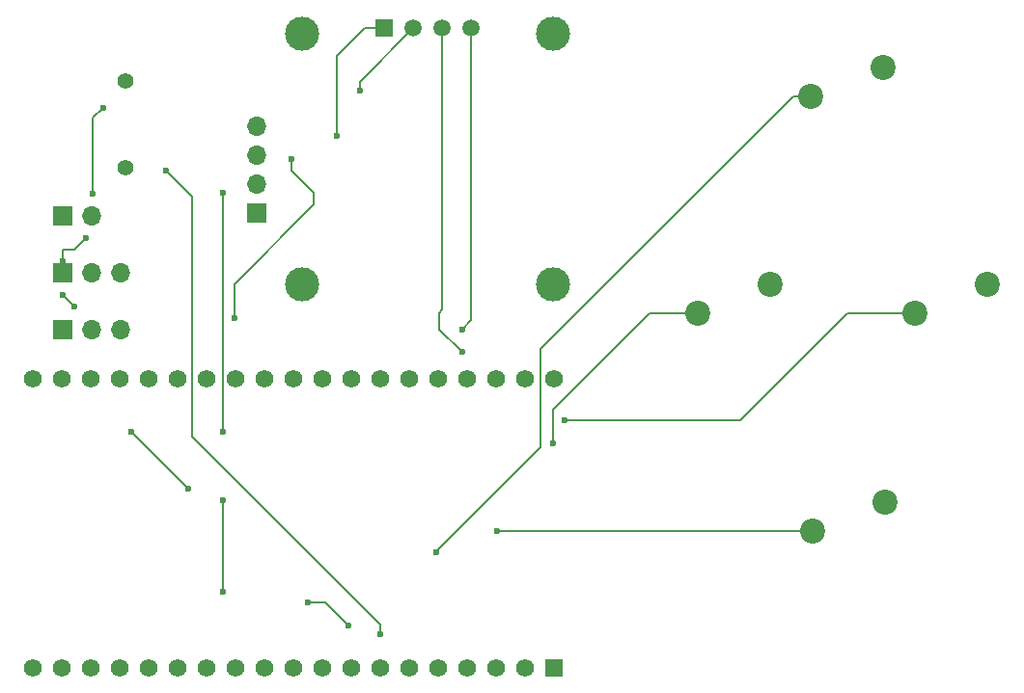
<source format=gbr>
%TF.GenerationSoftware,KiCad,Pcbnew,8.0.8*%
%TF.CreationDate,2025-07-06T22:48:51+02:00*%
%TF.ProjectId,custom locker,63757374-6f6d-4206-9c6f-636b65722e6b,rev?*%
%TF.SameCoordinates,Original*%
%TF.FileFunction,Copper,L1,Top*%
%TF.FilePolarity,Positive*%
%FSLAX46Y46*%
G04 Gerber Fmt 4.6, Leading zero omitted, Abs format (unit mm)*
G04 Created by KiCad (PCBNEW 8.0.8) date 2025-07-06 22:48:51*
%MOMM*%
%LPD*%
G01*
G04 APERTURE LIST*
%TA.AperFunction,ComponentPad*%
%ADD10C,2.200000*%
%TD*%
%TA.AperFunction,ComponentPad*%
%ADD11R,1.508000X1.508000*%
%TD*%
%TA.AperFunction,ComponentPad*%
%ADD12C,1.508000*%
%TD*%
%TA.AperFunction,ComponentPad*%
%ADD13C,3.000000*%
%TD*%
%TA.AperFunction,ComponentPad*%
%ADD14R,1.700000X1.700000*%
%TD*%
%TA.AperFunction,ComponentPad*%
%ADD15O,1.700000X1.700000*%
%TD*%
%TA.AperFunction,ComponentPad*%
%ADD16C,1.408000*%
%TD*%
%TA.AperFunction,ComponentPad*%
%ADD17R,1.560000X1.560000*%
%TD*%
%TA.AperFunction,ComponentPad*%
%ADD18C,1.560000*%
%TD*%
%TA.AperFunction,ViaPad*%
%ADD19C,0.600000*%
%TD*%
%TA.AperFunction,Conductor*%
%ADD20C,0.200000*%
%TD*%
G04 APERTURE END LIST*
D10*
%TO.P,DOWN1,1,1*%
%TO.N,GND*%
X88106300Y-62150000D03*
%TO.P,DOWN1,2,2*%
%TO.N,SW4*%
X81756300Y-64690000D03*
%TD*%
%TO.P,UP1,1,1*%
%TO.N,GND*%
X87947500Y-24000000D03*
%TO.P,UP1,2,2*%
%TO.N,SW1*%
X81597500Y-26540000D03*
%TD*%
D11*
%TO.P,U2,1,GND*%
%TO.N,GND*%
X44190000Y-20500000D03*
D12*
%TO.P,U2,2,VCC_IN*%
%TO.N,+5V*%
X46730000Y-20500000D03*
%TO.P,U2,3,SCL*%
%TO.N,/I\u00B2C Clock*%
X49270000Y-20500000D03*
%TO.P,U2,4,SDA*%
%TO.N,/I\u00B2C Data*%
X51810000Y-20500000D03*
D13*
%TO.P,U2,S1*%
%TO.N,N/C*%
X37000000Y-21000000D03*
%TO.P,U2,S2*%
X59000000Y-21000000D03*
%TO.P,U2,S3*%
X59000000Y-43000000D03*
%TO.P,U2,S4*%
X37000000Y-43000000D03*
%TD*%
D10*
%TO.P,SELECT1,1,1*%
%TO.N,GND*%
X78000000Y-43050000D03*
%TO.P,SELECT1,2,2*%
%TO.N,SW2*%
X71650000Y-45590000D03*
%TD*%
%TO.P,CANCEL1,1,1*%
%TO.N,GND*%
X97050000Y-43050000D03*
%TO.P,CANCEL1,2,2*%
%TO.N,SW3*%
X90700000Y-45590000D03*
%TD*%
D14*
%TO.P,J2,1,Pin_1*%
%TO.N,+5V*%
X16000000Y-37000000D03*
D15*
%TO.P,J2,2,Pin_2*%
%TO.N,GND*%
X18540000Y-37000000D03*
%TD*%
D14*
%TO.P,J3,1,Pin_1*%
%TO.N,GND*%
X33000000Y-36800000D03*
D15*
%TO.P,J3,2,Pin_2*%
%TO.N,/Data*%
X33000000Y-34260000D03*
%TO.P,J3,3,Pin_3*%
%TO.N,Clock*%
X33000000Y-31720000D03*
%TO.P,J3,4,Pin_4*%
%TO.N,+5V*%
X33000000Y-29180000D03*
%TD*%
D16*
%TO.P,LS1,N*%
%TO.N,GND*%
X21500000Y-25200000D03*
%TO.P,LS1,P*%
%TO.N,Net-(U1-IO32)*%
X21500000Y-32800000D03*
%TD*%
D14*
%TO.P,J4,1,Pin_1*%
%TO.N,+5V*%
X16000000Y-47000000D03*
D15*
%TO.P,J4,2,Pin_2*%
%TO.N,GND*%
X18540000Y-47000000D03*
%TO.P,J4,3,Pin_3*%
%TO.N,Net-(J4-Pin_3)*%
X21080000Y-47000000D03*
%TD*%
D17*
%TO.P,U1,J2-1,3V3*%
%TO.N,+3.3V*%
X59100000Y-76700000D03*
D18*
%TO.P,U1,J2-2,EN*%
%TO.N,unconnected-(U1-EN-PadJ2-2)*%
X56560000Y-76700000D03*
%TO.P,U1,J2-3,SENSOR_VP*%
%TO.N,unconnected-(U1-SENSOR_VP-PadJ2-3)*%
X54020000Y-76700000D03*
%TO.P,U1,J2-4,SENSOR_VN*%
%TO.N,unconnected-(U1-SENSOR_VN-PadJ2-4)*%
X51480000Y-76700000D03*
%TO.P,U1,J2-5,IO34*%
%TO.N,unconnected-(U1-IO34-PadJ2-5)*%
X48940000Y-76700000D03*
%TO.P,U1,J2-6,IO35*%
%TO.N,unconnected-(U1-IO35-PadJ2-6)*%
X46400000Y-76700000D03*
%TO.P,U1,J2-7,IO32*%
%TO.N,Net-(U1-IO32)*%
X43860000Y-76700000D03*
%TO.P,U1,J2-8,IO33*%
%TO.N,Net-(J4-Pin_3)*%
X41320000Y-76700000D03*
%TO.P,U1,J2-9,IO25*%
%TO.N,SW1*%
X38780000Y-76700000D03*
%TO.P,U1,J2-10,IO26*%
%TO.N,unconnected-(U1-IO26-PadJ2-10)*%
X36240000Y-76700000D03*
%TO.P,U1,J2-11,IO27*%
%TO.N,Clock*%
X33700000Y-76700000D03*
%TO.P,U1,J2-12,IO14*%
%TO.N,Net-(J1-Pin_3)*%
X31160000Y-76700000D03*
%TO.P,U1,J2-13,IO12*%
%TO.N,unconnected-(U1-IO12-PadJ2-13)*%
X28620000Y-76700000D03*
%TO.P,U1,J2-14,GND1*%
%TO.N,unconnected-(U1-GND1-PadJ2-14)*%
X26080000Y-76700000D03*
%TO.P,U1,J2-15,IO13*%
%TO.N,unconnected-(U1-IO13-PadJ2-15)*%
X23540000Y-76700000D03*
%TO.P,U1,J2-16,SD2*%
%TO.N,unconnected-(U1-SD2-PadJ2-16)*%
X21000000Y-76700000D03*
%TO.P,U1,J2-17,SD3*%
%TO.N,unconnected-(U1-SD3-PadJ2-17)*%
X18460000Y-76700000D03*
%TO.P,U1,J2-18,CMD*%
%TO.N,unconnected-(U1-CMD-PadJ2-18)*%
X15920000Y-76700000D03*
%TO.P,U1,J2-19,EXT_5V*%
%TO.N,+5V*%
X13380000Y-76700000D03*
%TO.P,U1,J3-1,GND3*%
%TO.N,GND*%
X59100000Y-51300000D03*
%TO.P,U1,J3-2,IO23*%
%TO.N,unconnected-(U1-IO23-PadJ3-2)*%
X56560000Y-51300000D03*
%TO.P,U1,J3-3,IO22*%
%TO.N,/I\u00B2C Clock*%
X54020000Y-51300000D03*
%TO.P,U1,J3-4,TXD0*%
%TO.N,unconnected-(U1-TXD0-PadJ3-4)*%
X51480000Y-51300000D03*
%TO.P,U1,J3-5,RXD0*%
%TO.N,unconnected-(U1-RXD0-PadJ3-5)*%
X48940000Y-51300000D03*
%TO.P,U1,J3-6,IO21*%
%TO.N,/I\u00B2C Data*%
X46400000Y-51300000D03*
%TO.P,U1,J3-7,GND2*%
%TO.N,unconnected-(U1-GND2-PadJ3-7)*%
X43860000Y-51300000D03*
%TO.P,U1,J3-8,IO19*%
%TO.N,SW3*%
X41320000Y-51300000D03*
%TO.P,U1,J3-9,IO18*%
%TO.N,SW2*%
X38780000Y-51300000D03*
%TO.P,U1,J3-10,IO5*%
%TO.N,unconnected-(U1-IO5-PadJ3-10)*%
X36240000Y-51300000D03*
%TO.P,U1,J3-11,IO17*%
%TO.N,unconnected-(U1-IO17-PadJ3-11)*%
X33700000Y-51300000D03*
%TO.P,U1,J3-12,IO16*%
%TO.N,SW4*%
X31160000Y-51300000D03*
%TO.P,U1,J3-13,IO4*%
%TO.N,/Data*%
X28620000Y-51300000D03*
%TO.P,U1,J3-14,IO0*%
%TO.N,unconnected-(U1-IO0-PadJ3-14)*%
X26080000Y-51300000D03*
%TO.P,U1,J3-15,IO2*%
%TO.N,unconnected-(U1-IO2-PadJ3-15)*%
X23540000Y-51300000D03*
%TO.P,U1,J3-16,IO15*%
%TO.N,unconnected-(U1-IO15-PadJ3-16)*%
X21000000Y-51300000D03*
%TO.P,U1,J3-17,SD1*%
%TO.N,unconnected-(U1-SD1-PadJ3-17)*%
X18460000Y-51300000D03*
%TO.P,U1,J3-18,SD0*%
%TO.N,unconnected-(U1-SD0-PadJ3-18)*%
X15920000Y-51300000D03*
%TO.P,U1,J3-19,CLK*%
%TO.N,unconnected-(U1-CLK-PadJ3-19)*%
X13380000Y-51300000D03*
%TD*%
D14*
%TO.P,J1,1,Pin_1*%
%TO.N,GND*%
X16000000Y-42000000D03*
D15*
%TO.P,J1,2,Pin_2*%
%TO.N,+5V*%
X18540000Y-42000000D03*
%TO.P,J1,3,Pin_3*%
%TO.N,Net-(J1-Pin_3)*%
X21080000Y-42000000D03*
%TD*%
D19*
%TO.N,GND*%
X40000000Y-30000000D03*
X17000000Y-45000000D03*
X18575000Y-35050000D03*
X16000000Y-41000000D03*
X16000000Y-44000000D03*
X18000000Y-39000000D03*
X19500000Y-27500000D03*
%TO.N,SW4*%
X54050000Y-64700000D03*
%TO.N,+5V*%
X42000000Y-26000000D03*
%TO.N,Clock*%
X30000000Y-62000000D03*
X30000000Y-70000000D03*
X30000000Y-35000000D03*
X30000000Y-56000000D03*
%TO.N,/Data*%
X36000000Y-32000000D03*
X31000000Y-46000000D03*
%TO.N,Net-(U1-IO32)*%
X25000000Y-33000000D03*
X43860000Y-73775000D03*
%TO.N,SW1*%
X48725000Y-66575000D03*
%TO.N,SW2*%
X59000000Y-57000000D03*
%TO.N,SW3*%
X60000000Y-55000000D03*
%TO.N,/I\u00B2C Clock*%
X51000000Y-49000000D03*
%TO.N,/I\u00B2C Data*%
X51000000Y-47000000D03*
%TO.N,Net-(J4-Pin_3)*%
X37500000Y-71000000D03*
X41000000Y-73000000D03*
X22000000Y-56000000D03*
X27000000Y-61000000D03*
%TD*%
D20*
%TO.N,GND*%
X16000000Y-40000000D02*
X16000000Y-41000000D01*
X40000000Y-30000000D02*
X40000000Y-23000000D01*
X42500000Y-20500000D02*
X44190000Y-20500000D01*
X18575000Y-28425000D02*
X19500000Y-27500000D01*
X18575000Y-35050000D02*
X18575000Y-28425000D01*
X17000000Y-40000000D02*
X16000000Y-40000000D01*
X40000000Y-23000000D02*
X42500000Y-20500000D01*
X16000000Y-44000000D02*
X17000000Y-45000000D01*
X18000000Y-39000000D02*
X17000000Y-40000000D01*
%TO.N,SW4*%
X54050000Y-64700000D02*
X54060000Y-64690000D01*
X54060000Y-64690000D02*
X81756300Y-64690000D01*
%TO.N,+5V*%
X42000000Y-26000000D02*
X42000000Y-25230000D01*
X42000000Y-25230000D02*
X46730000Y-20500000D01*
%TO.N,Clock*%
X30000000Y-35000000D02*
X30000000Y-56000000D01*
X30000000Y-62000000D02*
X30000000Y-70000000D01*
%TO.N,/Data*%
X38000000Y-36000000D02*
X31000000Y-43000000D01*
X36000000Y-32000000D02*
X36000000Y-33000000D01*
X38000000Y-35000000D02*
X38000000Y-36000000D01*
X31000000Y-43000000D02*
X31000000Y-46000000D01*
X36000000Y-33000000D02*
X38000000Y-35000000D01*
%TO.N,Net-(U1-IO32)*%
X43860000Y-73775000D02*
X43860000Y-72935000D01*
X43860000Y-72935000D02*
X27325000Y-56400000D01*
X27325000Y-36050000D02*
X27325000Y-35325000D01*
X27325000Y-56400000D02*
X27325000Y-36050000D01*
X27325000Y-35325000D02*
X25000000Y-33000000D01*
%TO.N,SW1*%
X57850000Y-48731866D02*
X80041866Y-26540000D01*
X48725000Y-66500000D02*
X57850000Y-57375000D01*
X80041866Y-26540000D02*
X81597500Y-26540000D01*
X57850000Y-57375000D02*
X57850000Y-48731866D01*
X48725000Y-66575000D02*
X48725000Y-66500000D01*
%TO.N,SW2*%
X59000000Y-54000000D02*
X59000000Y-57000000D01*
X67410000Y-45590000D02*
X59000000Y-54000000D01*
X71650000Y-45590000D02*
X67410000Y-45590000D01*
%TO.N,SW3*%
X84777056Y-45590000D02*
X75367056Y-55000000D01*
X90700000Y-45590000D02*
X84777056Y-45590000D01*
X75367056Y-55000000D02*
X60000000Y-55000000D01*
%TO.N,/I\u00B2C Clock*%
X49000000Y-45540000D02*
X49270000Y-45270000D01*
X49270000Y-45270000D02*
X49270000Y-20500000D01*
X49000000Y-47000000D02*
X49000000Y-45540000D01*
X51000000Y-49000000D02*
X49000000Y-47000000D01*
%TO.N,/I\u00B2C Data*%
X51810000Y-20500000D02*
X51810000Y-46190000D01*
X51810000Y-46190000D02*
X51000000Y-47000000D01*
%TO.N,Net-(J4-Pin_3)*%
X39000000Y-71000000D02*
X41000000Y-73000000D01*
X37500000Y-71000000D02*
X39000000Y-71000000D01*
X22000000Y-56000000D02*
X27000000Y-61000000D01*
%TD*%
M02*

</source>
